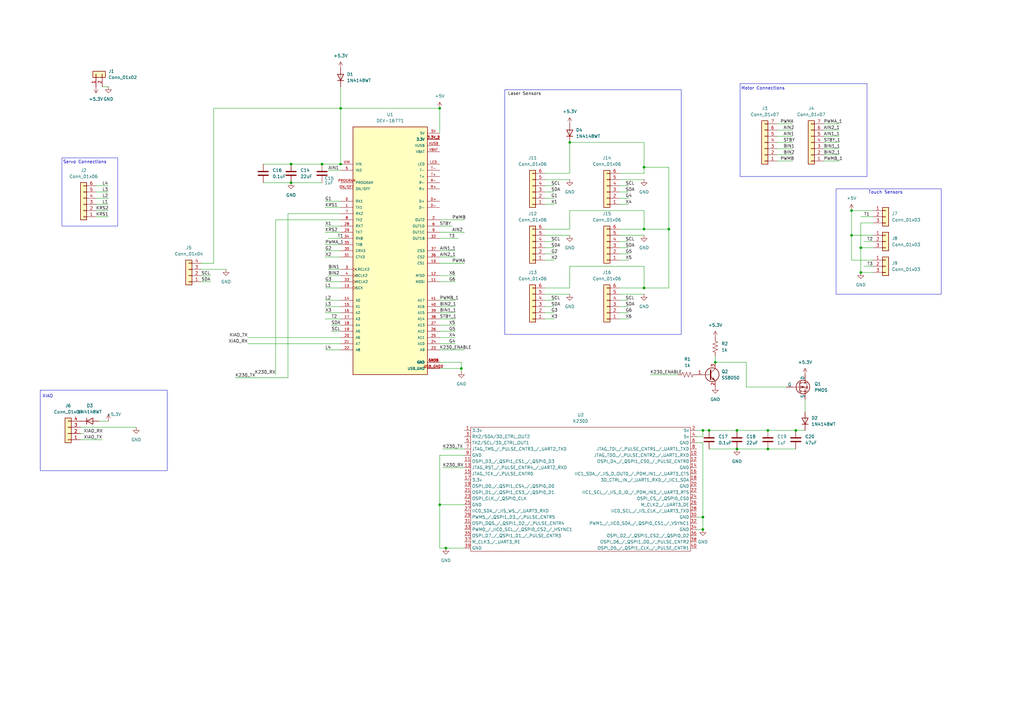
<source format=kicad_sch>
(kicad_sch (version 20250114) (generator "eeschema") (generator_version "9.0")
  (paper "A3")
  (lib_symbols
    (symbol "Connector_Generic:Conn_01x02" (pin_names (offset 1.016) (hide yes))
      (property "Reference" "J" (at 0 2.54 0))
      (property "Value" "Conn_01x02" (at 0 -5.08 0))
      (symbol "Conn_01x02_1_1"
        (rectangle (start -1.27 1.27) (end 1.27 -3.81) (stroke (width 0.254)) (fill (type background)))
        (rectangle (start -1.27 0.127) (end 0 -0.127) (stroke (width 0.1524)))
        (rectangle (start -1.27 -2.413) (end 0 -2.667) (stroke (width 0.1524)))
        (pin passive line (at -5.08 0 0) (length 3.81) (name "Pin_1") (number "1"))
        (pin passive line (at -5.08 -2.54 0) (length 3.81) (name "Pin_2") (number "2"))
      )
    )
    (symbol "Connector_Generic:Conn_01x03" (pin_names (offset 1.016) (hide yes))
      (property "Reference" "J" (at 0 5.08 0))
      (property "Value" "Conn_01x03" (at 0 -5.08 0))
      (symbol "Conn_01x03_1_1"
        (rectangle (start -1.27 3.81) (end 1.27 -3.81) (stroke (width 0.254)) (fill (type background)))
        (rectangle (start -1.27 2.667) (end 0 2.413) (stroke (width 0.1524)))
        (rectangle (start -1.27 0.127) (end 0 -0.127) (stroke (width 0.1524)))
        (rectangle (start -1.27 -2.413) (end 0 -2.667) (stroke (width 0.1524)))
        (pin passive line (at -5.08 2.54 0) (length 3.81) (name "Pin_1") (number "1"))
        (pin passive line (at -5.08 0 0) (length 3.81) (name "Pin_2") (number "2"))
        (pin passive line (at -5.08 -2.54 0) (length 3.81) (name "Pin_3") (number "3"))
      )
    )
    (symbol "Connector_Generic:Conn_01x04" (pin_names (offset 1.016) (hide yes))
      (property "Reference" "J" (at 0 5.08 0))
      (property "Value" "Conn_01x04" (at 0 -7.62 0))
      (symbol "Conn_01x04_1_1"
        (rectangle (start -1.27 3.81) (end 1.27 -6.35) (stroke (width 0.254)) (fill (type background)))
        (rectangle (start -1.27 2.667) (end 0 2.413) (stroke (width 0.1524)))
        (rectangle (start -1.27 0.127) (end 0 -0.127) (stroke (width 0.1524)))
        (rectangle (start -1.27 -2.413) (end 0 -2.667) (stroke (width 0.1524)))
        (rectangle (start -1.27 -4.953) (end 0 -5.207) (stroke (width 0.1524)))
        (pin passive line (at -5.08 2.54 0) (length 3.81) (name "Pin_1") (number "1"))
        (pin passive line (at -5.08 0 0) (length 3.81) (name "Pin_2") (number "2"))
        (pin passive line (at -5.08 -2.54 0) (length 3.81) (name "Pin_3") (number "3"))
        (pin passive line (at -5.08 -5.08 0) (length 3.81) (name "Pin_4") (number "4"))
      )
    )
    (symbol "Connector_Generic:Conn_01x06" (pin_names (offset 1.016) (hide yes))
      (property "Reference" "J" (at 0 7.62 0))
      (property "Value" "Conn_01x06" (at 0 -10.16 0))
      (symbol "Conn_01x06_1_1"
        (rectangle (start -1.27 6.35) (end 1.27 -8.89) (stroke (width 0.254)) (fill (type background)))
        (rectangle (start -1.27 5.207) (end 0 4.953) (stroke (width 0.1524)))
        (rectangle (start -1.27 2.667) (end 0 2.413) (stroke (width 0.1524)))
        (rectangle (start -1.27 0.127) (end 0 -0.127) (stroke (width 0.1524)))
        (rectangle (start -1.27 -2.413) (end 0 -2.667) (stroke (width 0.1524)))
        (rectangle (start -1.27 -4.953) (end 0 -5.207) (stroke (width 0.1524)))
        (rectangle (start -1.27 -7.493) (end 0 -7.747) (stroke (width 0.1524)))
        (pin passive line (at -5.08 5.08 0) (length 3.81) (name "Pin_1") (number "1"))
        (pin passive line (at -5.08 2.54 0) (length 3.81) (name "Pin_2") (number "2"))
        (pin passive line (at -5.08 0 0) (length 3.81) (name "Pin_3") (number "3"))
        (pin passive line (at -5.08 -2.54 0) (length 3.81) (name "Pin_4") (number "4"))
        (pin passive line (at -5.08 -5.08 0) (length 3.81) (name "Pin_5") (number "5"))
        (pin passive line (at -5.08 -7.62 0) (length 3.81) (name "Pin_6") (number "6"))
      )
    )
    (symbol "Connector_Generic:Conn_01x07" (pin_names (offset 1.016) (hide yes))
      (property "Reference" "J" (at 0 10.16 0))
      (property "Value" "Conn_01x07" (at 0 -10.16 0))
      (symbol "Conn_01x07_1_1"
        (rectangle (start -1.27 8.89) (end 1.27 -8.89) (stroke (width 0.254)) (fill (type background)))
        (rectangle (start -1.27 7.747) (end 0 7.493) (stroke (width 0.1524)))
        (rectangle (start -1.27 5.207) (end 0 4.953) (stroke (width 0.1524)))
        (rectangle (start -1.27 2.667) (end 0 2.413) (stroke (width 0.1524)))
        (rectangle (start -1.27 0.127) (end 0 -0.127) (stroke (width 0.1524)))
        (rectangle (start -1.27 -2.413) (end 0 -2.667) (stroke (width 0.1524)))
        (rectangle (start -1.27 -4.953) (end 0 -5.207) (stroke (width 0.1524)))
        (rectangle (start -1.27 -7.493) (end 0 -7.747) (stroke (width 0.1524)))
        (pin passive line (at -5.08 7.62 0) (length 3.81) (name "Pin_1") (number "1"))
        (pin passive line (at -5.08 5.08 0) (length 3.81) (name "Pin_2") (number "2"))
        (pin passive line (at -5.08 2.54 0) (length 3.81) (name "Pin_3") (number "3"))
        (pin passive line (at -5.08 0 0) (length 3.81) (name "Pin_4") (number "4"))
        (pin passive line (at -5.08 -2.54 0) (length 3.81) (name "Pin_5") (number "5"))
        (pin passive line (at -5.08 -5.08 0) (length 3.81) (name "Pin_6") (number "6"))
        (pin passive line (at -5.08 -7.62 0) (length 3.81) (name "Pin_7") (number "7"))
      )
    )
    (symbol "DEV-16771:DEV-16771" (pin_names (offset 1.016))
      (property "Reference" "U" (at -15.24 52.07 0))
      (property "Value" "DEV-16771" (at -15.24 -53.34 0))
      (symbol "DEV-16771_0_0"
        (rectangle (start -15.24 -50.8) (end 15.24 50.8) (stroke (width 0.254)) (fill (type background)))
        (pin input line (at -20.32 35.56 0) (length 5.08) (name "VIN") (number "VIN"))
        (pin bidirectional line (at -20.32 33.02 0) (length 5.08) (name "IN2") (number "5"))
        (pin bidirectional line (at -20.32 27.94 0) (length 5.08) (name "PROGRAM") (number "PROGRAM"))
        (pin bidirectional line (at -20.32 25.4 0) (length 5.08) (name "ON/OFF") (number "ON/OFF"))
        (pin bidirectional line (at -20.32 20.32 0) (length 5.08) (name "RX1") (number "0"))
        (pin bidirectional line (at -20.32 17.78 0) (length 5.08) (name "TX1") (number "1"))
        (pin bidirectional line (at -20.32 15.24 0) (length 5.08) (name "RX2") (number "7"))
        (pin bidirectional line (at -20.32 12.7 0) (length 5.08) (name "TX2") (number "8"))
        (pin bidirectional line (at -20.32 10.16 0) (length 5.08) (name "RX7") (number "28"))
        (pin bidirectional line (at -20.32 7.62 0) (length 5.08) (name "TX7") (number "29"))
        (pin bidirectional line (at -20.32 5.08 0) (length 5.08) (name "RX8") (number "34"))
        (pin bidirectional line (at -20.32 2.54 0) (length 5.08) (name "TX8") (number "35"))
        (pin bidirectional line (at -20.32 0 0) (length 5.08) (name "CRX3") (number "30"))
        (pin bidirectional line (at -20.32 -2.54 0) (length 5.08) (name "CTX3") (number "31"))
        (pin bidirectional clock (at -20.32 -7.62 0) (length 5.08) (name "LRCLK2") (number "3"))
        (pin bidirectional clock (at -20.32 -10.16 0) (length 5.08) (name "BCLK2") (number "4"))
        (pin bidirectional clock (at -20.32 -12.7 0) (length 5.08) (name "MCLK2") (number "33"))
        (pin bidirectional clock (at -20.32 -15.24 0) (length 5.08) (name "SCK") (number "13"))
        (pin bidirectional line (at -20.32 -20.32 0) (length 5.08) (name "A0") (number "14"))
        (pin bidirectional line (at -20.32 -22.86 0) (length 5.08) (name "A1") (number "15"))
        (pin bidirectional line (at -20.32 -25.4 0) (length 5.08) (name "A2") (number "16"))
        (pin bidirectional line (at -20.32 -27.94 0) (length 5.08) (name "A3") (number "17"))
        (pin bidirectional line (at -20.32 -30.48 0) (length 5.08) (name "A4") (number "18"))
        (pin bidirectional line (at -20.32 -33.02 0) (length 5.08) (name "A5") (number "19"))
        (pin bidirectional line (at -20.32 -35.56 0) (length 5.08) (name "A6") (number "20"))
        (pin bidirectional line (at -20.32 -38.1 0) (length 5.08) (name "A7") (number "21"))
        (pin bidirectional line (at -20.32 -40.64 0) (length 5.08) (name "A8") (number "22"))
        (pin power_in line (at 20.32 48.26 180) (length 5.08) (name "5V") (number "5V"))
        (pin power_in line (at 20.32 45.72 180) (length 5.08) (name "3.3V") (number "3.3V_1"))
        (pin power_in line (at 20.32 45.72 180) (length 5.08) (name "3.3V") (number "3.3V_2"))
        (pin power_in line (at 20.32 45.72 180) (length 5.08) (name "3.3V") (number "3.3V_3"))
        (pin passive line (at 20.32 43.18 180) (length 5.08) (name "VUSB") (number "VUSB"))
        (pin passive line (at 20.32 40.64 180) (length 5.08) (name "VBAT") (number "VBAT"))
        (pin bidirectional line (at 20.32 35.56 180) (length 5.08) (name "LED") (number "LED"))
        (pin bidirectional line (at 20.32 33.02 180) (length 5.08) (name "T-") (number "T-"))
        (pin bidirectional line (at 20.32 30.48 180) (length 5.08) (name "T+") (number "T+"))
        (pin bidirectional line (at 20.32 27.94 180) (length 5.08) (name "R-") (number "R-"))
        (pin bidirectional line (at 20.32 25.4 180) (length 5.08) (name "R+") (number "R+"))
        (pin bidirectional line (at 20.32 20.32 180) (length 5.08) (name "D+") (number "D+"))
        (pin bidirectional line (at 20.32 17.78 180) (length 5.08) (name "D-") (number "D-"))
        (pin output line (at 20.32 12.7 180) (length 5.08) (name "OUT2") (number "2"))
        (pin output line (at 20.32 10.16 180) (length 5.08) (name "OUT1D") (number "6"))
        (pin output line (at 20.32 7.62 180) (length 5.08) (name "OUT1C") (number "9"))
        (pin output line (at 20.32 5.08 180) (length 5.08) (name "OUT1B") (number "32"))
        (pin bidirectional line (at 20.32 0 180) (length 5.08) (name "CS3") (number "37"))
        (pin bidirectional line (at 20.32 -2.54 180) (length 5.08) (name "CS2") (number "36"))
        (pin bidirectional line (at 20.32 -5.08 180) (length 5.08) (name "CS1") (number "10"))
        (pin bidirectional line (at 20.32 -10.16 180) (length 5.08) (name "MISO") (number "12"))
        (pin bidirectional line (at 20.32 -12.7 180) (length 5.08) (name "MOSI") (number "11"))
        (pin bidirectional line (at 20.32 -20.32 180) (length 5.08) (name "A17") (number "41"))
        (pin bidirectional line (at 20.32 -22.86 180) (length 5.08) (name "A16") (number "40"))
        (pin bidirectional line (at 20.32 -25.4 180) (length 5.08) (name "A15") (number "39"))
        (pin bidirectional line (at 20.32 -27.94 180) (length 5.08) (name "A14") (number "38"))
        (pin bidirectional line (at 20.32 -30.48 180) (length 5.08) (name "A13") (number "27"))
        (pin bidirectional line (at 20.32 -33.02 180) (length 5.08) (name "A12") (number "26"))
        (pin bidirectional line (at 20.32 -35.56 180) (length 5.08) (name "A11") (number "25"))
        (pin bidirectional line (at 20.32 -38.1 180) (length 5.08) (name "A10") (number "24"))
        (pin bidirectional line (at 20.32 -40.64 180) (length 5.08) (name "A9") (number "23"))
        (pin power_in line (at 20.32 -45.72 180) (length 5.08) (name "GND") (number "GND1"))
        (pin power_in line (at 20.32 -45.72 180) (length 5.08) (name "GND") (number "GND2"))
        (pin power_in line (at 20.32 -45.72 180) (length 5.08) (name "GND") (number "GND3"))
        (pin power_in line (at 20.32 -45.72 180) (length 5.08) (name "GND") (number "GND4"))
        (pin power_in line (at 20.32 -45.72 180) (length 5.08) (name "GND") (number "GND5"))
        (pin power_in line (at 20.32 -48.26 180) (length 5.08) (name "USB_GND") (number "USB_GND1"))
        (pin power_in line (at 20.32 -48.26 180) (length 5.08) (name "USB_GND") (number "USB_GND2"))
      )
    )
    (symbol "Device:C" (pin_numbers (hide yes)) (pin_names (offset 0.254))
      (property "Reference" "C" (at 0.635 2.54 0))
      (property "Value" "C" (at 0.635 -2.54 0))
      (symbol "C_0_1"
        (polyline (pts (xy -2.032 0.762) (xy 2.032 0.762)) (stroke (width 0.508)))
        (polyline (pts (xy -2.032 -0.762) (xy 2.032 -0.762)) (stroke (width 0.508)))
      )
      (symbol "C_1_1"
        (pin passive line (at 0 3.81 270) (length 2.794) (name "~") (number "1"))
        (pin passive line (at 0 -3.81 90) (length 2.794) (name "~") (number "2"))
      )
    )
    (symbol "Device:R_US" (pin_numbers (hide yes)) (pin_names (offset 0))
      (property "Reference" "R" (at 2.54 0 90))
      (property "Value" "R_US" (at -2.54 0 90))
      (symbol "R_US_0_1"
        (polyline (pts (xy 0 2.286) (xy 0 2.54)))
        (polyline (pts (xy 0 2.286) (xy 1.016 1.905) (xy 0 1.524) (xy -1.016 1.143) (xy 0 0.762)))
        (polyline (pts (xy 0 0.762) (xy 1.016 0.381) (xy 0 0) (xy -1.016 -0.381) (xy 0 -0.762)))
        (polyline (pts (xy 0 -0.762) (xy 1.016 -1.143) (xy 0 -1.524) (xy -1.016 -1.905) (xy 0 -2.286)))
        (polyline (pts (xy 0 -2.286) (xy 0 -2.54)))
      )
      (symbol "R_US_1_1"
        (pin passive line (at 0 3.81 270) (length 1.27) (name "~") (number "1"))
        (pin passive line (at 0 -3.81 90) (length 1.27) (name "~") (number "2"))
      )
    )
    (symbol "Diode:1N4148WT" (pin_numbers (hide yes)) (pin_names (hide yes))
      (property "Reference" "D" (at 0 2.54 0))
      (property "Value" "1N4148WT" (at 0 -2.54 0))
      (symbol "1N4148WT_0_1"
        (polyline (pts (xy -1.27 1.27) (xy -1.27 -1.27)) (stroke (width 0.254)))
        (polyline (pts (xy 1.27 1.27) (xy 1.27 -1.27) (xy -1.27 0) (xy 1.27 1.27)) (stroke (width 0.254)))
        (polyline (pts (xy 1.27 0) (xy -1.27 0)))
      )
      (symbol "1N4148WT_1_1"
        (pin passive line (at -3.81 0 0) (length 2.54) (name "K") (number "1"))
        (pin passive line (at 3.81 0 180) (length 2.54) (name "A") (number "2"))
      )
    )
    (symbol "K230D:K230D-Zero"
      (property "Reference" "U" (at 0 0 0))
      (property "Value" "K230D" (at 0 0 0))
      (symbol "K230D-Zero_0_1"
        (rectangle (start 1.27 -1.27) (end 91.44 -52.07))
      )
      (symbol "K230D-Zero_1_1"
        (pin power_in line (at -1.27 -2.54 0) (length 2.54) (name "3.3v") (number "1"))
        (pin input line (at -1.27 -5.08 0) (length 2.54) (name "RX2/SDA/3D_CTRL_OUT2") (number "3"))
        (pin bidirectional line (at -1.27 -7.62 0) (length 2.54) (name "TX2/SCL/3D_CTRL_OUT1") (number "5"))
        (pin output line (at -1.27 -10.16 0) (length 2.54) (name "JTAG_TMS_/_PULSE_CNTR3_/_UART2_TXD") (number "7"))
        (pin bidirectional line (at -1.27 -12.7 0) (length 2.54) (name "GND") (number "9"))
        (pin bidirectional line (at -1.27 -15.24 0) (length 2.54) (name "OSPI_D3_/_QSPI1_CS1_/_QSPI0_D3") (number "11"))
        (pin bidirectional line (at -1.27 -17.78 0) (length 2.54) (name "JTAG_RST_/_PULSE_CNTR4_/_UART2_RXD") (number "13"))
        (pin bidirectional line (at -1.27 -20.32 0) (length 2.54) (name "JTAG_TCK_/_PULSE_CNTR0") (number "15"))
        (pin bidirectional line (at -1.27 -22.86 0) (length 2.54) (name "3.3v") (number "17"))
        (pin bidirectional line (at -1.27 -25.4 0) (length 2.54) (name "OSPI_D0_/_QSPI1_CS4_/_QSPI0_D0") (number "19"))
        (pin bidirectional line (at -1.27 -27.94 0) (length 2.54) (name "OSPI_D1_/_QSPI1_CS3_/_QSPI0_D1") (number "21"))
        (pin bidirectional line (at -1.27 -30.48 0) (length 2.54) (name "OSPI_CLK_/_QSPI0_CLK") (number "23"))
        (pin bidirectional line (at -1.27 -33.02 0) (length 2.54) (name "GND") (number "25"))
        (pin bidirectional line (at -1.27 -35.56 0) (length 2.54) (name "IIC0_SDA_/_IIS_WS_/_UART3_RXD") (number "27"))
        (pin bidirectional line (at -1.27 -38.1 0) (length 2.54) (name "PWM5_/_QSPI1_D3_/_PULSE_CNTR5") (number "29"))
        (pin bidirectional line (at -1.27 -40.64 0) (length 2.54) (name "OSPI_DQS_/_QSPI1_D2_/_PULSE_CNTR4") (number "31"))
        (pin bidirectional line (at -1.27 -43.18 0) (length 2.54) (name "PWM0_/_IIC0_SCL_/_QSPI0_CS2_/_HSYNC1") (number "33"))
        (pin bidirectional line (at -1.27 -45.72 0) (length 2.54) (name "OSPI_D7_/_QSPI1_D1_/_PULSE_CNTR3") (number "35"))
        (pin bidirectional line (at -1.27 -48.26 0) (length 2.54) (name "M_CLK3_/_UART3_RE	") (number "37"))
        (pin bidirectional line (at -1.27 -50.8 0) (length 2.54) (name "GND") (number "39"))
        (pin power_in line (at 93.98 -2.54 180) (length 2.54) (name "5v") (number "2"))
        (pin bidirectional line (at 93.98 -5.08 180) (length 2.54) (name "5v") (number "4"))
        (pin bidirectional line (at 93.98 -7.62 180) (length 2.54) (name "GND") (number "6"))
        (pin bidirectional line (at 93.98 -10.16 180) (length 2.54) (name "JTAG_TDI_/_PULSE_CNTR1_/_UART1_TXD") (number "8"))
        (pin bidirectional line (at 93.98 -12.7 180) (length 2.54) (name "JTAG_TDO_/_PULSE_CNTR2_/_UART1_RXD") (number "10"))
        (pin bidirectional line (at 93.98 -15.24 180) (length 2.54) (name "OSPI_D4_/_QSPI1_CS0_/_PULSE_CNTR0") (number "12"))
        (pin bidirectional line (at 93.98 -17.78 180) (length 2.54) (name "GND") (number "14"))
        (pin bidirectional line (at 93.98 -20.32 180) (length 2.54) (name "IIC1_SDA_/_IIS_D_OUT0_/_PDM_IN1_/_UART3_CTS") (number "16"))
        (pin bidirectional line (at 93.98 -22.86 180) (length 2.54) (name "3D_CTRL_IN_/_UART1_RXD_/_IIC1_SDA") (number "18"))
        (pin bidirectional line (at 93.98 -25.4 180) (length 2.54) (name "GND") (number "20"))
        (pin bidirectional line (at 93.98 -27.94 180) (length 2.54) (name "IIC1_SCL_/_IIS_D_I0_/_PDM_IN3_/_UART3_RTS") (number "22"))
        (pin bidirectional line (at 93.98 -30.48 180) (length 2.54) (name "OSPI_CS_/_QSPI0_CS0") (number "24"))
        (pin bidirectional line (at 93.98 -33.02 180) (length 2.54) (name "M_CLK2_/_UART3_DE") (number "26"))
        (pin bidirectional line (at 93.98 -35.56 180) (length 2.54) (name "IIC0_SCL_/_IIS_CLK_/_UART3_TXD") (number "28"))
        (pin bidirectional line (at 93.98 -38.1 180) (length 2.54) (name "GND") (number "30"))
        (pin bidirectional line (at 93.98 -40.64 180) (length 2.54) (name "PWM1_/_IIC0_SDA_/_QSPI0_CS1_/_VSYNC1") (number "32"))
        (pin bidirectional line (at 93.98 -43.18 180) (length 2.54) (name "GND") (number "34"))
        (pin bidirectional line (at 93.98 -45.72 180) (length 2.54) (name "OSPI_D2_/_QSPI1_CS2_/_QSPI0_D2") (number "36"))
        (pin bidirectional line (at 93.98 -48.26 180) (length 2.54) (name "OSPI_D6_/_QSPI1_D0_/_PULSE_CNTR2") (number "38"))
        (pin bidirectional line (at 93.98 -50.8 180) (length 2.54) (name "OSPI_D5_/_QSPI1_CLK_/_PULSE_CNTR1") (number "40"))
      )
    )
    (symbol "Simulation_SPICE:PMOS" (pin_numbers (hide yes)) (pin_names (offset 0))
      (property "Reference" "Q" (at 5.08 1.27 0))
      (property "Value" "PMOS" (at 5.08 -1.27 0))
      (symbol "PMOS_0_1"
        (polyline (pts (xy 0.254 1.905) (xy 0.254 -1.905)) (stroke (width 0.254)))
        (polyline (pts (xy 0.254 0) (xy -2.54 0)))
        (polyline (pts (xy 0.762 2.286) (xy 0.762 1.27)) (stroke (width 0.254)))
        (polyline (pts (xy 0.762 1.778) (xy 3.302 1.778) (xy 3.302 -1.778) (xy 0.762 -1.778)))
        (polyline (pts (xy 0.762 0.508) (xy 0.762 -0.508)) (stroke (width 0.254)))
        (polyline (pts (xy 0.762 -1.27) (xy 0.762 -2.286)) (stroke (width 0.254)))
        (circle (center 1.651 0) (radius 2.794) (stroke (width 0.254)))
        (polyline (pts (xy 2.286 0) (xy 1.27 0.381) (xy 1.27 -0.381) (xy 2.286 0)) (fill (type outline)))
        (polyline (pts (xy 2.54 2.54) (xy 2.54 1.778)))
        (circle (center 2.54 1.778) (radius 0.254) (fill (type outline)))
        (circle (center 2.54 -1.778) (radius 0.254) (fill (type outline)))
        (polyline (pts (xy 2.54 -2.54) (xy 2.54 0) (xy 0.762 0)))
        (polyline (pts (xy 2.794 -0.508) (xy 2.921 -0.381) (xy 3.683 -0.381) (xy 3.81 -0.254)))
        (polyline (pts (xy 3.302 -0.381) (xy 2.921 0.254) (xy 3.683 0.254) (xy 3.302 -0.381)))
      )
      (symbol "PMOS_1_1"
        (pin input line (at -5.08 0 0) (length 2.54) (name "G") (number "2"))
        (pin passive line (at 2.54 5.08 270) (length 2.54) (name "D") (number "1"))
        (pin passive line (at 2.54 -5.08 90) (length 2.54) (name "S") (number "3"))
      )
    )
    (symbol "Transistor_BJT:SS8050" (pin_names (offset 0) (hide yes))
      (property "Reference" "Q" (at 5.08 1.905 0))
      (property "Value" "SS8050" (at 5.08 0 0))
      (symbol "SS8050_0_1"
        (polyline (pts (xy -2.54 0) (xy 0.635 0)))
        (polyline (pts (xy 0.635 1.905) (xy 0.635 -1.905)) (stroke (width 0.508)))
        (circle (center 1.27 0) (radius 2.8194) (stroke (width 0.254)))
      )
      (symbol "SS8050_1_1"
        (polyline (pts (xy 0.635 0.635) (xy 2.54 2.54)))
        (polyline (pts (xy 0.635 -0.635) (xy 2.54 -2.54)))
        (polyline (pts (xy 1.27 -1.778) (xy 1.778 -1.27) (xy 2.286 -2.286) (xy 1.27 -1.778)) (fill (type outline)))
        (pin input line (at -5.08 0 0) (length 2.54) (name "B") (number "1"))
        (pin passive line (at 2.54 5.08 270) (length 2.54) (name "C") (number "3"))
        (pin passive line (at 2.54 -5.08 90) (length 2.54) (name "E") (number "2"))
      )
    )
    (symbol "power:+1V0" (power) (pin_numbers (hide yes)) (pin_names (offset 0) (hide yes))
      (property "Value" "+1V0" (at 0 3.556 0))
      (symbol "+1V0_0_1"
        (polyline (pts (xy -0.762 1.27) (xy 0 2.54)))
        (polyline (pts (xy 0 2.54) (xy 0.762 1.27)))
        (polyline (pts (xy 0 0) (xy 0 2.54)))
      )
      (symbol "+1V0_1_1"
        (pin power_in line (at 0 0 90) (length 0) (name "~") (number "1"))
      )
    )
    (symbol "power:GND" (power) (pin_numbers (hide yes)) (pin_names (offset 0) (hide yes))
      (property "Value" "GND" (at 0 -3.81 0))
      (symbol "GND_0_1"
        (polyline (pts (xy 0 0) (xy 0 -1.27) (xy 1.27 -1.27) (xy 0 -2.54) (xy -1.27 -1.27) (xy 0 -1.27)))
      )
      (symbol "GND_1_1"
        (pin power_in line (at 0 0 270) (length 0) (name "~") (number "1"))
      )
    )
  )
  (rectangle (start 342.9 77.47) (end 386.08 120.65))
  (rectangle (start 303.53 34.29) (end 355.6 72.39))
  (rectangle (start 207.01 36.83) (end 279.4 137.16))
  (rectangle (start 25.4 64.77) (end 48.26 92.71))
  (rectangle (start 16.51 160.02) (end 68.58 193.04))
  (text "Motor Connections\n" (at 312.928 36.322 0) (effects (font (size 1.27 1.27))))
  (text "Servo Connections\n" (at 34.798 66.548 0) (effects (font (size 1.27 1.27))))
  (text "XIAO" (at 19.558 162.56 0) (effects (font (size 1.27 1.27))))
  (text "Touch Sensors" (at 363.22 78.994 0) (effects (font (size 1.27 1.27))))
  (junction (at 353.06 111.76))
  (junction (at 264.16 68.58))
  (junction (at 314.96 184.15))
  (junction (at 288.29 176.53))
  (junction (at 314.96 176.53))
  (junction (at 302.26 184.15))
  (junction (at 293.37 148.59))
  (junction (at 349.25 86.36))
  (junction (at 274.32 93.98))
  (junction (at 353.06 101.6))
  (junction (at 302.26 176.53))
  (junction (at 132.08 67.31))
  (junction (at 264.16 118.11))
  (junction (at 264.16 93.98))
  (junction (at 288.29 217.17))
  (junction (at 182.88 224.79))
  (junction (at 139.7 67.31))
  (junction (at 349.25 96.52))
  (junction (at 233.68 58.42))
  (junction (at 180.34 44.45))
  (junction (at 290.83 176.53))
  (junction (at 139.7 44.45))
  (junction (at 119.38 74.93))
  (junction (at 119.38 67.31))
  (junction (at 326.39 176.53))
  (junction (at 180.34 207.01))
  (junction (at 189.23 151.13))
  (junction (at 288.29 212.09))
  (wire (pts (xy 264.16 86.36) (xy 233.68 86.36)))
  (wire (pts (xy 264.16 68.58) (xy 274.32 68.58)))
  (wire (pts (xy 180.34 140.97) (xy 186.69 140.97)))
  (wire (pts (xy 266.7 153.67) (xy 278.13 153.67)))
  (wire (pts (xy 119.38 67.31) (xy 132.08 67.31)))
  (wire (pts (xy 349.25 96.52) (xy 358.14 96.52)))
  (wire (pts (xy 39.37 78.74) (xy 44.45 78.74)))
  (wire (pts (xy 354.33 109.22) (xy 358.14 109.22)))
  (wire (pts (xy 223.52 106.68) (xy 227.33 106.68)))
  (wire (pts (xy 180.34 125.73) (xy 186.69 125.73)))
  (wire (pts (xy 274.32 93.98) (xy 264.16 93.98)))
  (wire (pts (xy 180.34 135.89) (xy 186.69 135.89)))
  (wire (pts (xy 254 81.28) (xy 257.81 81.28)))
  (wire (pts (xy 182.88 224.79) (xy 190.5 224.79)))
  (wire (pts (xy 337.82 58.42) (xy 344.17 58.42)))
  (wire (pts (xy 39.37 81.28) (xy 44.45 81.28)))
  (wire (pts (xy 189.23 148.59) (xy 189.23 151.13)))
  (wire (pts (xy 337.82 63.5) (xy 344.17 63.5)))
  (wire (pts (xy 233.68 58.42) (xy 264.16 58.42)))
  (wire (pts (xy 349.25 86.36) (xy 358.14 86.36)))
  (wire (pts (xy 358.14 91.44) (xy 353.06 91.44)))
  (wire (pts (xy 180.34 133.35) (xy 186.69 133.35)))
  (wire (pts (xy 254 99.06) (xy 257.81 99.06)))
  (wire (pts (xy 306.07 148.59) (xy 293.37 148.59)))
  (wire (pts (xy 223.52 120.65) (xy 233.68 120.65)))
  (wire (pts (xy 358.14 106.68) (xy 349.25 106.68)))
  (wire (pts (xy 82.55 113.03) (xy 86.36 113.03)))
  (wire (pts (xy 290.83 176.53) (xy 302.26 176.53)))
  (wire (pts (xy 337.82 60.96) (xy 344.17 60.96)))
  (wire (pts (xy 264.16 68.58) (xy 264.16 71.12)))
  (wire (pts (xy 133.35 85.09) (xy 139.7 85.09)))
  (wire (pts (xy 133.35 115.57) (xy 139.7 115.57)))
  (wire (pts (xy 180.34 130.81) (xy 186.69 130.81)))
  (wire (pts (xy 133.35 82.55) (xy 139.7 82.55)))
  (wire (pts (xy 180.34 224.79) (xy 182.88 224.79)))
  (wire (pts (xy 82.55 110.49) (xy 92.71 110.49)))
  (wire (pts (xy 223.52 76.2) (xy 227.33 76.2)))
  (wire (pts (xy 190.5 186.69) (xy 180.34 186.69)))
  (wire (pts (xy 107.95 74.93) (xy 119.38 74.93)))
  (wire (pts (xy 180.34 151.13) (xy 189.23 151.13)))
  (wire (pts (xy 274.32 118.11) (xy 264.16 118.11)))
  (wire (pts (xy 254 78.74) (xy 257.81 78.74)))
  (wire (pts (xy 288.29 181.61) (xy 288.29 212.09)))
  (wire (pts (xy 293.37 146.05) (xy 293.37 148.59)))
  (wire (pts (xy 139.7 44.45) (xy 139.7 67.31)))
  (wire (pts (xy 113.03 90.17) (xy 113.03 153.67)))
  (wire (pts (xy 133.35 130.81) (xy 139.7 130.81)))
  (wire (pts (xy 254 83.82) (xy 257.81 83.82)))
  (wire (pts (xy 254 76.2) (xy 257.81 76.2)))
  (wire (pts (xy 133.35 95.25) (xy 139.7 95.25)))
  (wire (pts (xy 337.82 53.34) (xy 344.17 53.34)))
  (wire (pts (xy 180.34 113.03) (xy 186.69 113.03)))
  (wire (pts (xy 134.62 113.03) (xy 139.7 113.03)))
  (wire (pts (xy 223.52 73.66) (xy 233.68 73.66)))
  (wire (pts (xy 314.96 176.53) (xy 326.39 176.53)))
  (wire (pts (xy 288.29 179.07) (xy 288.29 176.53)))
  (wire (pts (xy 180.34 97.79) (xy 187.96 97.79)))
  (wire (pts (xy 87.63 107.95) (xy 82.55 107.95)))
  (wire (pts (xy 353.06 101.6) (xy 353.06 111.76)))
  (wire (pts (xy 223.52 128.27) (xy 227.33 128.27)))
  (wire (pts (xy 353.06 101.6) (xy 358.14 101.6)))
  (wire (pts (xy 233.68 109.22) (xy 233.68 118.11)))
  (wire (pts (xy 274.32 68.58) (xy 274.32 93.98)))
  (wire (pts (xy 337.82 55.88) (xy 344.17 55.88)))
  (wire (pts (xy 180.34 107.95) (xy 190.5 107.95)))
  (wire (pts (xy 134.62 97.79) (xy 139.7 97.79)))
  (wire (pts (xy 302.26 184.15) (xy 314.96 184.15)))
  (wire (pts (xy 223.52 123.19) (xy 227.33 123.19)))
  (wire (pts (xy 180.34 44.45) (xy 139.7 44.45)))
  (wire (pts (xy 180.34 148.59) (xy 189.23 148.59)))
  (wire (pts (xy 254 120.65) (xy 264.16 120.65)))
  (wire (pts (xy 264.16 86.36) (xy 264.16 93.98)))
  (wire (pts (xy 180.34 138.43) (xy 186.69 138.43)))
  (wire (pts (xy 223.52 81.28) (xy 227.33 81.28)))
  (wire (pts (xy 181.61 191.77) (xy 190.5 191.77)))
  (wire (pts (xy 318.77 53.34) (xy 325.12 53.34)))
  (wire (pts (xy 133.35 100.33) (xy 139.7 100.33)))
  (wire (pts (xy 133.35 118.11) (xy 139.7 118.11)))
  (wire (pts (xy 326.39 176.53) (xy 330.2 176.53)))
  (wire (pts (xy 254 73.66) (xy 264.16 73.66)))
  (wire (pts (xy 44.45 172.72) (xy 40.64 172.72)))
  (wire (pts (xy 33.02 175.26) (xy 55.88 175.26)))
  (wire (pts (xy 306.07 158.75) (xy 306.07 148.59)))
  (wire (pts (xy 223.52 130.81) (xy 227.33 130.81)))
  (wire (pts (xy 318.77 55.88) (xy 325.12 55.88)))
  (wire (pts (xy 223.52 125.73) (xy 227.33 125.73)))
  (wire (pts (xy 41.91 180.34) (xy 33.02 180.34)))
  (wire (pts (xy 318.77 58.42) (xy 325.12 58.42)))
  (wire (pts (xy 113.03 90.17) (xy 139.7 90.17)))
  (wire (pts (xy 254 125.73) (xy 257.81 125.73)))
  (wire (pts (xy 223.52 78.74) (xy 227.33 78.74)))
  (wire (pts (xy 133.35 125.73) (xy 139.7 125.73)))
  (wire (pts (xy 180.34 186.69) (xy 180.34 207.01)))
  (wire (pts (xy 314.96 184.15) (xy 326.39 184.15)))
  (wire (pts (xy 288.29 212.09) (xy 288.29 217.17)))
  (wire (pts (xy 254 128.27) (xy 257.81 128.27)))
  (wire (pts (xy 318.77 60.96) (xy 325.12 60.96)))
  (wire (pts (xy 254 118.11) (xy 264.16 118.11)))
  (wire (pts (xy 337.82 50.8) (xy 344.17 50.8)))
  (wire (pts (xy 134.62 110.49) (xy 139.7 110.49)))
  (wire (pts (xy 254 93.98) (xy 264.16 93.98)))
  (wire (pts (xy 223.52 93.98) (xy 233.68 93.98)))
  (wire (pts (xy 39.37 88.9) (xy 44.45 88.9)))
  (wire (pts (xy 190.5 207.01) (xy 180.34 207.01)))
  (wire (pts (xy 330.2 163.83) (xy 330.2 168.91)))
  (wire (pts (xy 254 106.68) (xy 257.81 106.68)))
  (wire (pts (xy 285.75 181.61) (xy 288.29 181.61)))
  (wire (pts (xy 135.89 135.89) (xy 139.7 135.89)))
  (wire (pts (xy 353.06 111.76) (xy 358.14 111.76)))
  (wire (pts (xy 33.02 177.8) (xy 34.29 177.8)))
  (wire (pts (xy 82.55 115.57) (xy 86.36 115.57)))
  (wire (pts (xy 139.7 35.56) (xy 139.7 44.45)))
  (wire (pts (xy 133.35 102.87) (xy 139.7 102.87)))
  (wire (pts (xy 180.34 123.19) (xy 186.69 123.19)))
  (wire (pts (xy 254 96.52) (xy 264.16 96.52)))
  (wire (pts (xy 318.77 66.04) (xy 325.12 66.04)))
  (wire (pts (xy 133.35 143.51) (xy 139.7 143.51)))
  (wire (pts (xy 39.37 86.36) (xy 44.45 86.36)))
  (wire (pts (xy 233.68 86.36) (xy 233.68 93.98)))
  (wire (pts (xy 254 71.12) (xy 264.16 71.12)))
  (wire (pts (xy 223.52 104.14) (xy 227.33 104.14)))
  (wire (pts (xy 180.34 92.71) (xy 185.42 92.71)))
  (wire (pts (xy 223.52 101.6) (xy 227.33 101.6)))
  (wire (pts (xy 354.33 99.06) (xy 358.14 99.06)))
  (wire (pts (xy 107.95 67.31) (xy 119.38 67.31)))
  (wire (pts (xy 87.63 44.45) (xy 87.63 107.95)))
  (wire (pts (xy 318.77 50.8) (xy 325.12 50.8)))
  (wire (pts (xy 274.32 93.98) (xy 274.32 118.11)))
  (wire (pts (xy 39.37 76.2) (xy 44.45 76.2)))
  (wire (pts (xy 180.34 102.87) (xy 186.69 102.87)))
  (wire (pts (xy 353.06 91.44) (xy 353.06 101.6)))
  (wire (pts (xy 223.52 96.52) (xy 233.68 96.52)))
  (wire (pts (xy 180.34 115.57) (xy 186.69 115.57)))
  (wire (pts (xy 285.75 179.07) (xy 288.29 179.07)))
  (wire (pts (xy 189.23 151.13) (xy 189.23 152.4)))
  (wire (pts (xy 349.25 106.68) (xy 349.25 96.52)))
  (wire (pts (xy 39.37 83.82) (xy 44.45 83.82)))
  (wire (pts (xy 233.68 58.42) (xy 233.68 71.12)))
  (wire (pts (xy 322.58 158.75) (xy 306.07 158.75)))
  (wire (pts (xy 180.34 143.51) (xy 190.5 143.51)))
  (wire (pts (xy 133.35 123.19) (xy 139.7 123.19)))
  (wire (pts (xy 264.16 109.22) (xy 233.68 109.22)))
  (wire (pts (xy 101.6 140.97) (xy 139.7 140.97)))
  (wire (pts (xy 285.75 212.09) (xy 288.29 212.09)))
  (wire (pts (xy 118.11 87.63) (xy 139.7 87.63)))
  (wire (pts (xy 180.34 128.27) (xy 186.69 128.27)))
  (wire (pts (xy 254 130.81) (xy 257.81 130.81)))
  (wire (pts (xy 96.52 154.94) (xy 118.11 154.94)))
  (wire (pts (xy 135.89 133.35) (xy 139.7 133.35)))
  (wire (pts (xy 290.83 184.15) (xy 302.26 184.15)))
  (wire (pts (xy 134.62 69.85) (xy 139.7 69.85)))
  (wire (pts (xy 288.29 217.17) (xy 285.75 217.17)))
  (wire (pts (xy 264.16 109.22) (xy 264.16 118.11)))
  (wire (pts (xy 180.34 90.17) (xy 190.5 90.17)))
  (wire (pts (xy 254 101.6) (xy 257.81 101.6)))
  (wire (pts (xy 118.11 154.94) (xy 118.11 87.63)))
  (wire (pts (xy 223.52 71.12) (xy 233.68 71.12)))
  (wire (pts (xy 180.34 105.41) (xy 186.69 105.41)))
  (wire (pts (xy 41.91 35.56) (xy 44.45 35.56)))
  (wire (pts (xy 180.34 95.25) (xy 190.5 95.25)))
  (wire (pts (xy 133.35 92.71) (xy 139.7 92.71)))
  (wire (pts (xy 337.82 66.04) (xy 344.17 66.04)))
  (wire (pts (xy 318.77 63.5) (xy 325.12 63.5)))
  (wire (pts (xy 223.52 99.06) (xy 227.33 99.06)))
  (wire (pts (xy 285.75 176.53) (xy 288.29 176.53)))
  (wire (pts (xy 349.25 96.52) (xy 349.25 86.36)))
  (wire (pts (xy 101.6 138.43) (xy 139.7 138.43)))
  (wire (pts (xy 133.35 105.41) (xy 139.7 105.41)))
  (wire (pts (xy 223.52 83.82) (xy 227.33 83.82)))
  (wire (pts (xy 264.16 58.42) (xy 264.16 68.58)))
  (wire (pts (xy 288.29 176.53) (xy 290.83 176.53)))
  (wire (pts (xy 180.34 207.01) (xy 180.34 224.79)))
  (wire (pts (xy 302.26 176.53) (xy 314.96 176.53)))
  (wire (pts (xy 254 104.14) (xy 257.81 104.14)))
  (wire (pts (xy 139.7 67.31) (xy 132.08 67.31)))
  (wire (pts (xy 180.34 54.61) (xy 180.34 44.45)))
  (wire (pts (xy 254 123.19) (xy 257.81 123.19)))
  (wire (pts (xy 119.38 74.93) (xy 132.08 74.93)))
  (wire (pts (xy 181.61 184.15) (xy 190.5 184.15)))
  (wire (pts (xy 223.52 118.11) (xy 233.68 118.11)))
  (wire (pts (xy 353.06 88.9) (xy 358.14 88.9)))
  (wire (pts (xy 133.35 128.27) (xy 139.7 128.27)))
  (wire (pts (xy 139.7 44.45) (xy 87.63 44.45)))
  (label "G6" (at 184.15 115.57 0))
  (label "SDA" (at 256.54 101.6 0))
  (label "L3" (at 133.35 125.73 0))
  (label "STBY" (at 180.34 92.71 0))
  (label "G4" (at 184.15 140.97 0))
  (label "AIN2_1" (at 337.82 53.34 0))
  (label "SDA" (at 82.55 115.57 0))
  (label "L4" (at 133.35 143.51 0))
  (label "PWMB_1" (at 180.34 123.19 0))
  (label "X1" (at 133.35 92.71 0))
  (label "K230_RX" (at 181.61 191.77 0))
  (label "KRS2" (at 39.37 86.36 0))
  (label "BIN1" (at 321.31 60.96 0))
  (label "AIN1" (at 134.62 69.85 0))
  (label "X3" (at 133.35 128.27 0))
  (label "X2" (at 226.06 106.68 0))
  (label "BIN2_1" (at 180.34 125.73 0))
  (label "XIAO_TX" (at 101.6 138.43 180))
  (label "K230_ENABLE" (at 266.7 153.67 0))
  (label "AIN2" (at 321.31 53.34 0))
  (label "G2" (at 226.06 104.14 0))
  (label "BIN1_1" (at 337.82 60.96 0))
  (label "G3" (at 226.06 128.27 0))
  (label "STBY_1" (at 180.34 130.81 0))
  (label "KRS1" (at 39.37 88.9 0))
  (label "L3" (at 41.91 78.74 0))
  (label "L1" (at 133.35 118.11 0))
  (label "SCL" (at 226.06 123.19 0))
  (label "K230_TX" (at 96.52 154.94 0))
  (label "AIN1" (at 321.31 55.88 0))
  (label "BIN2" (at 321.31 63.5 0))
  (label "XIAO_RX" (at 101.6 140.97 180))
  (label "PWMB" (at 320.04 66.04 0))
  (label "KRS2" (at 133.35 95.25 0))
  (label "PWMA_1" (at 337.82 50.8 0))
  (label "SDA" (at 135.89 133.35 0))
  (label "X2" (at 133.35 105.41 0))
  (label "X3" (at 226.06 130.81 0))
  (label "PWMA_1" (at 133.35 100.33 0))
  (label "BIN2" (at 134.62 113.03 0))
  (label "SCL" (at 256.54 76.2 0))
  (label "X5" (at 184.15 133.35 0))
  (label "T2" (at 355.6 99.06 0))
  (label "SDA" (at 226.06 78.74 0))
  (label "KRS1" (at 133.35 85.09 0))
  (label "PWMB_1" (at 337.82 66.04 0))
  (label "L4" (at 41.91 76.2 0))
  (label "SDA" (at 256.54 125.73 0))
  (label "G1" (at 133.35 82.55 0))
  (label "SCL" (at 256.54 99.06 0))
  (label "BIN1_1" (at 180.34 128.27 0))
  (label "SCL" (at 135.89 135.89 0))
  (label "G2" (at 133.35 102.87 0))
  (label "X6" (at 184.15 113.03 0))
  (label "X4" (at 256.54 83.82 0))
  (label "SCL" (at 82.55 113.03 0))
  (label "SCL" (at 226.06 99.06 0))
  (label "T3" (at 355.6 109.22 0))
  (label "X4" (at 184.15 138.43 0))
  (label "G4" (at 256.54 81.28 0))
  (label "G5" (at 184.15 135.89 0))
  (label "T1" (at 354.33 88.9 0))
  (label "XIAO_TX" (at 41.91 180.34 180))
  (label "SDA" (at 226.06 101.6 0))
  (label "SDA" (at 256.54 78.74 0))
  (label "AIN1_1" (at 337.82 55.88 0))
  (label "STBY_1" (at 337.82 58.42 0))
  (label "K230_ENABLE" (at 180.34 143.51 0))
  (label "T1" (at 138.43 97.79 0))
  (label "Laser Sensors" (at 208.28 39.37 0))
  (label "PWMA" (at 320.04 50.8 0))
  (label "SDA" (at 226.06 125.73 0))
  (label "AIN2_1" (at 180.34 105.41 0))
  (label "XIAO_RX" (at 34.29 177.8 0))
  (label "BIN1" (at 134.62 110.49 0))
  (label "STBY" (at 321.31 58.42 0))
  (label "K230_TX" (at 181.61 184.15 0))
  (label "X5" (at 256.54 106.68 0))
  (label "L2" (at 41.91 81.28 0))
  (label "K230_RX" (at 113.03 153.67 180))
  (label "G5" (at 256.54 104.14 0))
  (label "G6" (at 256.54 128.27 0))
  (label "AIN1_1" (at 180.34 102.87 0))
  (label "L1" (at 41.91 83.82 0))
  (label "T2" (at 135.89 130.81 0))
  (label "T3" (at 184.15 97.79 0))
  (label "SCL" (at 256.54 123.19 0))
  (label "G3" (at 133.35 115.57 0))
  (label "SCL" (at 226.06 76.2 0))
  (label "PWMB" (at 185.42 90.17 0))
  (label "G1" (at 226.06 81.28 0))
  (label "L2" (at 133.35 123.19 0))
  (label "PWMA" (at 185.42 107.95 0))
  (label "X1" (at 226.06 83.82 0))
  (label "AIN2" (at 185.42 95.25 0))
  (label "X6" (at 256.54 130.81 0))
  (label "BIN2_1" (at 337.82 63.5 0))
  (symbol (lib_id "power:GND") (at 293.37 158.75 0) (unit 1)
    (property "Reference" "#PWR041" (effects (hide yes)))
    (property "Value" "GND" (at 293.37 163.83 0))
    (property "Description" "Power symbol creates a global label with name \"GND\" , ground" (effects (hide yes)))
  )
  (symbol (lib_id "Device:C") (at 119.38 71.12 0) (unit 1)
    (property "Reference" "C14" (at 123.19 69.8499 0) (effects (justify left)))
    (property "Value" "22uF" (at 123.19 72.3899 0) (effects (justify left)))
    (property "Footprint" "Capacitor_SMD:C_0603_1608Metric" (effects (hide yes)))
    (property "Description" "Unpolarized capacitor" (effects (hide yes)))
  )
  (symbol (lib_id "power:GND") (at 233.68 120.65 0) (unit 1)
    (property "Reference" "#PWR052" (effects (hide yes)))
    (property "Value" "GND" (at 233.68 125.73 0))
    (property "Description" "Power symbol creates a global label with name \"GND\" , ground" (effects (hide yes)))
  )
  (symbol (lib_id "power:GND") (at 233.68 96.52 0) (unit 1)
    (property "Reference" "#PWR049" (effects (hide yes)))
    (property "Value" "GND" (at 233.68 101.6 0))
    (property "Description" "Power symbol creates a global label with name \"GND\" , ground" (effects (hide yes)))
  )
  (symbol (lib_id "power:+1V0") (at 330.2 153.67 0) (unit 1)
    (property "Reference" "#PWR013" (effects (hide yes)))
    (property "Value" "+5.3V" (at 330.2 148.59 0))
    (property "Description" "Power symbol creates a global label with name \"+1V0\"" (effects (hide yes)))
  )
  (symbol (lib_id "power:GND") (at 353.06 111.76 0) (unit 1)
    (property "Reference" "#PWR03" (effects (hide yes)))
    (property "Value" "GND" (at 353.06 116.84 0))
    (property "Description" "Power symbol creates a global label with name \"GND\" , ground" (effects (hide yes)))
  )
  (symbol (lib_id "Device:C") (at 290.83 180.34 0) (unit 1)
    (property "Reference" "C17" (at 294.64 179.0699 0) (effects (justify left)))
    (property "Value" "0.1uF" (at 294.64 181.6099 0) (effects (justify left)))
    (property "Footprint" "Capacitor_SMD:C_0603_1608Metric" (effects (hide yes)))
    (property "Description" "Unpolarized capacitor" (effects (hide yes)))
  )
  (symbol (lib_id "K230D:K230D-Zero") (at 191.77 173.99 0) (unit 1)
    (property "Reference" "U2" (at 238.125 170.18 0))
    (property "Value" "K230D" (at 238.125 172.72 0))
    (property "Footprint" "Connector_PinSocket_2.54mm:PinSocket_2x20_P2.54mm_Vertical_SMD" (effects (hide yes)))
    (property "Datasheet" "https://docs.banana-pi.org/en/BPI-CanMV-K230D/BananaPi_BPI-CanMV-K230D-Zero" (effects (hide yes)))
  )
  (symbol (lib_id "power:GND") (at 264.16 120.65 0) (unit 1)
    (property "Reference" "#PWR054" (effects (hide yes)))
    (property "Value" "GND" (at 264.16 125.73 0))
    (property "Description" "Power symbol creates a global label with name \"GND\" , ground" (effects (hide yes)))
  )
  (symbol (lib_id "power:GND") (at 44.45 35.56 0) (unit 1)
    (property "Reference" "#PWR02" (effects (hide yes)))
    (property "Value" "GND" (at 44.45 40.64 0))
    (property "Description" "Power symbol creates a global label with name \"GND\" , ground" (effects (hide yes)))
  )
  (symbol (lib_id "Connector_Generic:Conn_01x04") (at 27.94 177.8 180) (unit 1)
    (property "Reference" "J6" (at 27.94 166.37 0))
    (property "Value" "Conn_01x04" (at 27.94 168.91 0))
    (property "Footprint" "Connector_JST:JST_EH_B4B-EH-A_1x04_P2.50mm_Vertical" (effects (hide yes)))
    (property "Description" "Generic connector, single row, 01x04, script generated (kicad-library-utils/schlib/autogen/connector/)" (effects (hide yes)))
  )
  (symbol (lib_id "Connector_Generic:Conn_01x06") (at 218.44 78.74 180) (unit 1)
    (property "Reference" "J11" (at 218.44 64.77 0))
    (property "Value" "Conn_01x06" (at 218.44 67.31 0))
    (property "Footprint" "Connector_JST:JST_EH_B6B-EH-A_1x06_P2.50mm_Vertical" (effects (hide yes)))
    (property "Description" "Generic connector, single row, 01x06, script generated (kicad-library-utils/schlib/autogen/connector/)" (effects (hide yes)))
  )
  (symbol (lib_id "power:+1V0") (at 139.7 27.94 0) (unit 1)
    (property "Reference" "#PWR012" (effects (hide yes)))
    (property "Value" "+5.3V" (at 139.7 22.86 0))
    (property "Description" "Power symbol creates a global label with name \"+1V0\"" (effects (hide yes)))
  )
  (symbol (lib_id "power:GND") (at 189.23 152.4 0) (unit 1)
    (property "Reference" "#PWR017" (effects (hide yes)))
    (property "Value" "GND" (at 189.23 157.48 0))
    (property "Description" "Power symbol creates a global label with name \"GND\" , ground" (effects (hide yes)))
  )
  (symbol (lib_id "power:GND") (at 264.16 96.52 0) (unit 1)
    (property "Reference" "#PWR051" (effects (hide yes)))
    (property "Value" "GND" (at 264.16 101.6 0))
    (property "Description" "Power symbol creates a global label with name \"GND\" , ground" (effects (hide yes)))
  )
  (symbol (lib_id "Connector_Generic:Conn_01x04") (at 77.47 113.03 180) (unit 1)
    (property "Reference" "J5" (at 77.47 101.6 0))
    (property "Value" "Conn_01x04" (at 77.47 104.14 0))
    (property "Footprint" "Connector_JST:JST_EH_B4B-EH-A_1x04_P2.50mm_Vertical" (effects (hide yes)))
    (property "Description" "Generic connector, single row, 01x04, script generated (kicad-library-utils/schlib/autogen/connector/)" (effects (hide yes)))
  )
  (symbol (lib_id "Diode:1N4148WT") (at 36.83 172.72 0) (unit 1)
    (property "Reference" "D3" (at 36.83 166.37 0))
    (property "Value" "1N4148WT" (at 36.83 168.91 0))
    (property "Footprint" "Diode_SMD:D_SOD-523" (effects (hide yes)))
    (property "Datasheet" "https://www.diodes.com/assets/Datasheets/ds30396.pdf" (effects (hide yes)))
    (property "Description" "75V 0.15A Fast switching Diode, SOD-523" (effects (hide yes)))
    (property "Sim.Device" "D" (effects (hide yes)))
    (property "Sim.Pins" "1=K 2=A" (effects (hide yes)))
  )
  (symbol (lib_id "Connector_Generic:Conn_01x03") (at 363.22 88.9 0) (unit 1)
    (property "Reference" "J7" (at 365.76 87.6299 0) (effects (justify left)))
    (property "Value" "Conn_01x03" (at 365.76 90.1699 0) (effects (justify left)))
    (property "Footprint" "Connector_JST:JST_EH_B3B-EH-A_1x03_P2.50mm_Vertical" (effects (hide yes)))
    (property "Description" "Generic connector, single row, 01x03, script generated (kicad-library-utils/schlib/autogen/connector/)" (effects (hide yes)))
  )
  (symbol (lib_id "Diode:1N4148WT") (at 233.68 54.61 90) (unit 1)
    (property "Reference" "D4" (at 236.22 53.3399 90) (effects (justify right)))
    (property "Value" "1N4148WT" (at 236.22 55.8799 90) (effects (justify right)))
    (property "Footprint" "Diode_SMD:D_SOD-523" (effects (hide yes)))
    (property "Datasheet" "https://www.diodes.com/assets/Datasheets/ds30396.pdf" (effects (hide yes)))
    (property "Description" "75V 0.15A Fast switching Diode, SOD-523" (effects (hide yes)))
    (property "Sim.Device" "D" (effects (hide yes)))
    (property "Sim.Pins" "1=K 2=A" (effects (hide yes)))
  )
  (symbol (lib_id "Connector_Generic:Conn_01x06") (at 218.44 101.6 180) (unit 1)
    (property "Reference" "J12" (at 218.44 87.63 0))
    (property "Value" "Conn_01x06" (at 218.44 90.17 0))
    (property "Footprint" "Connector_JST:JST_EH_B6B-EH-A_1x06_P2.50mm_Vertical" (effects (hide yes)))
    (property "Description" "Generic connector, single row, 01x06, script generated (kicad-library-utils/schlib/autogen/connector/)" (effects (hide yes)))
  )
  (symbol (lib_id "Transistor_BJT:SS8050") (at 290.83 153.67 0) (unit 1)
    (property "Reference" "Q2" (at 295.91 152.3999 0) (effects (justify left)))
    (property "Value" "SS8050" (at 295.91 154.9399 0) (effects (justify left)))
    (property "Footprint" "Package_TO_SOT_SMD:SOT-23" (effects (hide yes)))
    (property "Datasheet" "http://www.secosgmbh.com/datasheet/products/SSMPTransistor/SOT-23/SS8050.pdf" (effects (hide yes)))
    (property "Description" "General Purpose NPN Transistor, 1.5A Ic, 25V Vce, SOT-23" (effects (hide yes)))
  )
  (symbol (lib_id "power:GND") (at 55.88 175.26 0) (unit 1)
    (property "Reference" "#PWR025" (effects (hide yes)))
    (property "Value" "GND" (at 55.88 180.34 0))
    (property "Description" "Power symbol creates a global label with name \"GND\" , ground" (effects (hide yes)))
  )
  (symbol (lib_id "power:GND") (at 233.68 73.66 0) (unit 1)
    (property "Reference" "#PWR048" (effects (hide yes)))
    (property "Value" "GND" (at 233.68 78.74 0))
    (property "Description" "Power symbol creates a global label with name \"GND\" , ground" (effects (hide yes)))
  )
  (symbol (lib_id "power:+1V0") (at 44.45 172.72 0) (unit 1)
    (property "Reference" "#PWR014" (effects (hide yes)))
    (property "Value" "+5.3V" (at 46.736 169.926 0))
    (property "Description" "Power symbol creates a global label with name \"+1V0\"" (effects (hide yes)))
  )
  (symbol (lib_id "Connector_Generic:Conn_01x06") (at 248.92 101.6 180) (unit 1)
    (property "Reference" "J15" (at 248.92 87.63 0))
    (property "Value" "Conn_01x06" (at 248.92 90.17 0))
    (property "Footprint" "Connector_JST:JST_EH_B6B-EH-A_1x06_P2.50mm_Vertical" (effects (hide yes)))
    (property "Description" "Generic connector, single row, 01x06, script generated (kicad-library-utils/schlib/autogen/connector/)" (effects (hide yes)))
  )
  (symbol (lib_id "power:+1V0") (at 293.37 138.43 0) (unit 1)
    (property "Reference" "#PWR040" (effects (hide yes)))
    (property "Value" "+5.3V" (at 293.37 133.35 0))
    (property "Description" "Power symbol creates a global label with name \"+1V0\"" (effects (hide yes)))
  )
  (symbol (lib_id "Connector_Generic:Conn_01x03") (at 363.22 109.22 0) (unit 1)
    (property "Reference" "J9" (at 365.76 107.9499 0) (effects (justify left)))
    (property "Value" "Conn_01x03" (at 365.76 110.4899 0) (effects (justify left)))
    (property "Footprint" "Connector_JST:JST_EH_B3B-EH-A_1x03_P2.50mm_Vertical" (effects (hide yes)))
    (property "Description" "Generic connector, single row, 01x03, script generated (kicad-library-utils/schlib/autogen/connector/)" (effects (hide yes)))
  )
  (symbol (lib_id "Device:C") (at 326.39 180.34 0) (unit 1)
    (property "Reference" "C20" (at 330.2 179.0699 0) (effects (justify left)))
    (property "Value" "47uF" (at 330.2 181.6099 0) (effects (justify left)))
    (property "Footprint" "Capacitor_SMD:C_0603_1608Metric" (effects (hide yes)))
    (property "Description" "Unpolarized capacitor" (effects (hide yes)))
  )
  (symbol (lib_id "Device:R_US") (at 281.94 153.67 90) (unit 1)
    (property "Reference" "R1" (at 281.94 147.32 90))
    (property "Value" "1k" (at 281.94 149.86 90))
    (property "Footprint" "Resistor_SMD:R_0603_1608Metric" (effects (hide yes)))
    (property "Description" "Resistor, US symbol" (effects (hide yes)))
  )
  (symbol (lib_id "power:+1V0") (at 39.37 35.56 180) (unit 1)
    (property "Reference" "#PWR01" (effects (hide yes)))
    (property "Value" "+5.3V" (at 39.37 40.64 0))
    (property "Description" "Power symbol creates a global label with name \"+1V0\"" (effects (hide yes)))
  )
  (symbol (lib_id "power:+1V0") (at 349.25 86.36 0) (unit 1)
    (property "Reference" "#PWR04" (effects (hide yes)))
    (property "Value" "+5V" (at 349.25 81.28 0))
    (property "Description" "Power symbol creates a global label with name \"+1V0\"" (effects (hide yes)))
  )
  (symbol (lib_id "Diode:1N4148WT") (at 139.7 31.75 90) (unit 1)
    (property "Reference" "D1" (at 142.24 30.4799 90) (effects (justify right)))
    (property "Value" "1N4148WT" (at 142.24 33.0199 90) (effects (justify right)))
    (property "Footprint" "Diode_SMD:D_SOD-523" (effects (hide yes)))
    (property "Datasheet" "https://www.diodes.com/assets/Datasheets/ds30396.pdf" (effects (hide yes)))
    (property "Description" "75V 0.15A Fast switching Diode, SOD-523" (effects (hide yes)))
    (property "Sim.Device" "D" (effects (hide yes)))
    (property "Sim.Pins" "1=K 2=A" (effects (hide yes)))
  )
  (symbol (lib_id "power:GND") (at 92.71 110.49 0) (unit 1)
    (property "Reference" "#PWR033" (effects (hide yes)))
    (property "Value" "GND" (at 92.71 115.57 0))
    (property "Description" "Power symbol creates a global label with name \"GND\" , ground" (effects (hide yes)))
  )
  (symbol (lib_id "Device:C") (at 107.95 71.12 0) (unit 1)
    (property "Reference" "C16" (at 111.76 69.8499 0) (effects (justify left)))
    (property "Value" "0.1uF" (at 111.76 72.3899 0) (effects (justify left)))
    (property "Footprint" "Capacitor_SMD:C_0603_1608Metric" (effects (hide yes)))
    (property "Description" "Unpolarized capacitor" (effects (hide yes)))
  )
  (symbol (lib_id "power:GND") (at 182.88 224.79 0) (unit 1)
    (property "Reference" "#PWR019" (effects (hide yes)))
    (property "Value" "GND" (at 182.88 229.87 0))
    (property "Description" "Power symbol creates a global label with name \"GND\" , ground" (effects (hide yes)))
  )
  (symbol (lib_id "Connector_Generic:Conn_01x06") (at 248.92 125.73 180) (unit 1)
    (property "Reference" "J16" (at 248.92 111.76 0))
    (property "Value" "Conn_01x06" (at 248.92 114.3 0))
    (property "Footprint" "Connector_JST:JST_EH_B6B-EH-A_1x06_P2.50mm_Vertical" (effects (hide yes)))
    (property "Description" "Generic connector, single row, 01x06, script generated (kicad-library-utils/schlib/autogen/connector/)" (effects (hide yes)))
  )
  (symbol (lib_id "power:+1V0") (at 233.68 50.8 0) (unit 1)
    (property "Reference" "#PWR056" (effects (hide yes)))
    (property "Value" "+5.3V" (at 233.68 45.72 0))
    (property "Description" "Power symbol creates a global label with name \"+1V0\"" (effects (hide yes)))
  )
  (symbol (lib_id "power:GND") (at 264.16 73.66 0) (unit 1)
    (property "Reference" "#PWR050" (effects (hide yes)))
    (property "Value" "GND" (at 264.16 78.74 0))
    (property "Description" "Power symbol creates a global label with name \"GND\" , ground" (effects (hide yes)))
  )
  (symbol (lib_id "Connector_Generic:Conn_01x07") (at 313.69 58.42 180) (unit 1)
    (property "Reference" "J3" (at 313.69 44.45 0))
    (property "Value" "Conn_01x07" (at 313.69 46.99 0))
    (property "Footprint" "Connector_JST:JST_EH_B7B-EH-A_1x07_P2.50mm_Vertical" (effects (hide yes)))
    (property "Description" "Generic connector, single row, 01x07, script generated (kicad-library-utils/schlib/autogen/connector/)" (effects (hide yes)))
  )
  (symbol (lib_id "Simulation_SPICE:PMOS") (at 327.66 158.75 0) (unit 1)
    (property "Reference" "Q1" (at 334.01 157.4799 0) (effects (justify left)))
    (property "Value" "PMOS" (at 334.01 160.0199 0) (effects (justify left)))
    (property "Footprint" "Package_TO_SOT_SMD:SOT-23" (effects (hide yes)))
    (property "Datasheet" "https://ngspice.sourceforge.io/docs/ngspice-html-manual/manual.xhtml#cha_MOSFETs" (effects (hide yes)))
    (property "Description" "P-MOSFET transistor, drain/source/gate" (effects (hide yes)))
    (property "Sim.Device" "PMOS" (effects (hide yes)))
    (property "Sim.Type" "VDMOS" (effects (hide yes)))
    (property "Sim.Pins" "1=D 2=G 3=S" (effects (hide yes)))
  )
  (symbol (lib_id "Device:R_US") (at 293.37 142.24 0) (unit 1)
    (property "Reference" "R2" (at 295.91 140.9699 0) (effects (justify left)))
    (property "Value" "1k" (at 295.91 143.5099 0) (effects (justify left)))
    (property "Footprint" "Resistor_SMD:R_0603_1608Metric" (effects (hide yes)))
    (property "Description" "Resistor, US symbol" (effects (hide yes)))
  )
  (symbol (lib_id "power:GND") (at 288.29 217.17 0) (unit 1)
    (property "Reference" "#PWR018" (effects (hide yes)))
    (property "Value" "GND" (at 288.29 222.25 0))
    (property "Description" "Power symbol creates a global label with name \"GND\" , ground" (effects (hide yes)))
  )
  (symbol (lib_id "Diode:1N4148WT") (at 330.2 172.72 90) (unit 1)
    (property "Reference" "D2" (at 332.74 171.4499 90) (effects (justify right)))
    (property "Value" "1N4148WT" (at 332.74 173.9899 90) (effects (justify right)))
    (property "Footprint" "Diode_SMD:D_SOD-523" (effects (hide yes)))
    (property "Datasheet" "https://www.diodes.com/assets/Datasheets/ds30396.pdf" (effects (hide yes)))
    (property "Description" "75V 0.15A Fast switching Diode, SOD-523" (effects (hide yes)))
    (property "Sim.Device" "D" (effects (hide yes)))
    (property "Sim.Pins" "1=K 2=A" (effects (hide yes)))
  )
  (symbol (lib_id "Connector_Generic:Conn_01x02") (at 39.37 30.48 90) (unit 1)
    (property "Reference" "J1" (at 44.45 29.2099 90) (effects (justify right)))
    (property "Value" "Conn_01x02" (at 44.45 31.7499 90) (effects (justify right)))
    (property "Footprint" "Connector_Molex:Molex_KK-396_5273-02A_1x02_P3.96mm_Vertical" (effects (hide yes)))
    (property "Description" "Generic connector, single row, 01x02, script generated (kicad-library-utils/schlib/autogen/connector/)" (effects (hide yes)))
  )
  (symbol (lib_id "Device:C") (at 132.08 71.12 0) (unit 1)
    (property "Reference" "C15" (at 133.096 73.152 0) (effects (justify left)))
    (property "Value" "1uF" (at 133.096 74.93 0) (effects (justify left)))
    (property "Footprint" "Capacitor_SMD:C_0603_1608Metric" (effects (hide yes)))
    (property "Description" "Unpolarized capacitor" (effects (hide yes)))
  )
  (symbol (lib_id "Connector_Generic:Conn_01x03") (at 363.22 99.06 0) (unit 1)
    (property "Reference" "J8" (at 365.76 97.7899 0) (effects (justify left)))
    (property "Value" "Conn_01x03" (at 365.76 100.3299 0) (effects (justify left)))
    (property "Footprint" "Connector_JST:JST_EH_B3B-EH-A_1x03_P2.50mm_Vertical" (effects (hide yes)))
    (property "Description" "Generic connector, single row, 01x03, script generated (kicad-library-utils/schlib/autogen/connector/)" (effects (hide yes)))
  )
  (symbol (lib_id "Connector_Generic:Conn_01x07") (at 332.74 58.42 180) (unit 1)
    (property "Reference" "J4" (at 332.74 44.45 0))
    (property "Value" "Conn_01x07" (at 332.74 46.99 0))
    (property "Footprint" "Connector_JST:JST_EH_B7B-EH-A_1x07_P2.50mm_Vertical" (effects (hide yes)))
    (property "Description" "Generic connector, single row, 01x07, script generated (kicad-library-utils/schlib/autogen/connector/)" (effects (hide yes)))
  )
  (symbol (lib_id "Connector_Generic:Conn_01x06") (at 34.29 83.82 180) (unit 1)
    (property "Reference" "J2" (at 34.29 69.85 0))
    (property "Value" "Conn_01x06" (at 34.29 72.39 0))
    (property "Footprint" "Connector_JST:JST_EH_B6B-EH-A_1x06_P2.50mm_Vertical" (effects (hide yes)))
    (property "Description" "Generic connector, single row, 01x06, script generated (kicad-library-utils/schlib/autogen/connector/)" (effects (hide yes)))
  )
  (symbol (lib_id "Connector_Generic:Conn_01x06") (at 218.44 125.73 180) (unit 1)
    (property "Reference" "J13" (at 218.44 111.76 0))
    (property "Value" "Conn_01x06" (at 218.44 114.3 0))
    (property "Footprint" "Connector_JST:JST_EH_B6B-EH-A_1x06_P2.50mm_Vertical" (effects (hide yes)))
    (property "Description" "Generic connector, single row, 01x06, script generated (kicad-library-utils/schlib/autogen/connector/)" (effects (hide yes)))
  )
  (symbol (lib_id "Connector_Generic:Conn_01x06") (at 248.92 78.74 180) (unit 1)
    (property "Reference" "J14" (at 248.92 64.77 0))
    (property "Value" "Conn_01x06" (at 248.92 67.31 0))
    (property "Footprint" "Connector_JST:JST_EH_B6B-EH-A_1x06_P2.50mm_Vertical" (effects (hide yes)))
    (property "Description" "Generic connector, single row, 01x06, script generated (kicad-library-utils/schlib/autogen/connector/)" (effects (hide yes)))
  )
  (symbol (lib_id "power:GND") (at 302.26 184.15 0) (unit 1)
    (property "Reference" "#PWR020" (effects (hide yes)))
    (property "Value" "GND" (at 302.26 189.23 0))
    (property "Description" "Power symbol creates a global label with name \"GND\" , ground" (effects (hide yes)))
  )
  (symbol (lib_id "power:+1V0") (at 180.34 44.45 0) (unit 1)
    (property "Reference" "#PWR021" (effects (hide yes)))
    (property "Value" "+5V" (at 180.34 39.37 0))
    (property "Description" "Power symbol creates a global label with name \"+1V0\"" (effects (hide yes)))
  )
  (symbol (lib_id "Device:C") (at 314.96 180.34 0) (unit 1)
    (property "Reference" "C19" (at 318.77 179.0699 0) (effects (justify left)))
    (property "Value" "1uF" (at 318.77 181.6099 0) (effects (justify left)))
    (property "Footprint" "Capacitor_SMD:C_0603_1608Metric" (effects (hide yes)))
    (property "Description" "Unpolarized capacitor" (effects (hide yes)))
  )
  (symbol (lib_id "DEV-16771:DEV-16771") (at 160.02 102.87 0) (unit 1)
    (property "Reference" "U1" (at 160.02 46.99 0))
    (property "Value" "DEV-16771" (at 160.02 49.53 0))
    (property "Footprint" "Transformer_SMD:Teensy4.1" (effects (hide yes)))
    (property "MF" "SparkFun Electronics" (effects (hide yes)))
    (property "MAXIMUM_PACKAGE_HEIGHT" "4.07mm" (effects (hide yes)))
    (property "Package" "None" (effects (hide yes)))
    (property "Price" "None" (effects (hide yes)))
    (property "Check_prices" "https://www.snapeda.com/parts/DEV-16771/SparkFun/view-part/?ref=eda" (effects (hide yes)))
    (property "STANDARD" "Manufacturer recommendations" (effects (hide yes)))
    (property "PARTREV" "4.1" (effects (hide yes)))
    (property "SnapEDA_Link" "https://www.snapeda.com/parts/DEV-16771/SparkFun/view-part/?ref=snap" (effects (hide yes)))
    (property "MP" "DEV-16771" (effects (hide yes)))
    (property "Description_1" "RT1062 Teensy 4.1 series ARM® Cortex®-M7 MPU Embedded Evaluation Board" (effects (hide yes)))
    (property "Availability" "In Stock" (effects (hide yes)))
    (property "MANUFACTURER" "SparkFun Electronics" (effects (hide yes)))
  )
  (symbol (lib_id "power:GND") (at 119.38 74.93 0) (unit 1)
    (property "Reference" "#PWR015" (effects (hide yes)))
    (property "Value" "GND" (at 119.38 80.01 0))
    (property "Description" "Power symbol creates a global label with name \"GND\" , ground" (effects (hide yes)))
  )
  (symbol (lib_id "Device:C") (at 302.26 180.34 0) (unit 1)
    (property "Reference" "C18" (at 306.07 179.0699 0) (effects (justify left)))
    (property "Value" "22uF" (at 306.07 181.6099 0) (effects (justify left)))
    (property "Footprint" "Capacitor_SMD:C_0603_1608Metric" (effects (hide yes)))
    (property "Description" "Unpolarized capacitor" (effects (hide yes)))
  )
)
</source>
